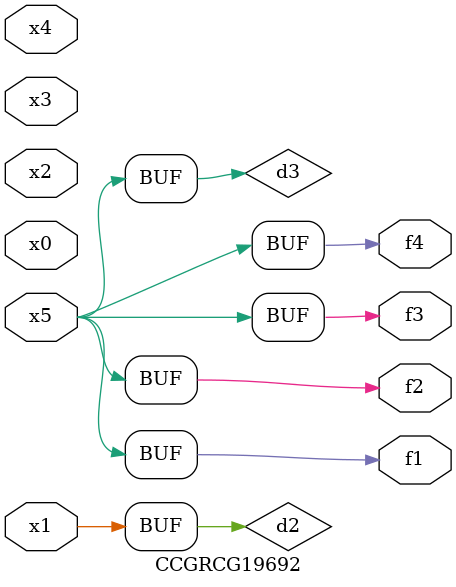
<source format=v>
module CCGRCG19692(
	input x0, x1, x2, x3, x4, x5,
	output f1, f2, f3, f4
);

	wire d1, d2, d3;

	not (d1, x5);
	or (d2, x1);
	xnor (d3, d1);
	assign f1 = d3;
	assign f2 = d3;
	assign f3 = d3;
	assign f4 = d3;
endmodule

</source>
